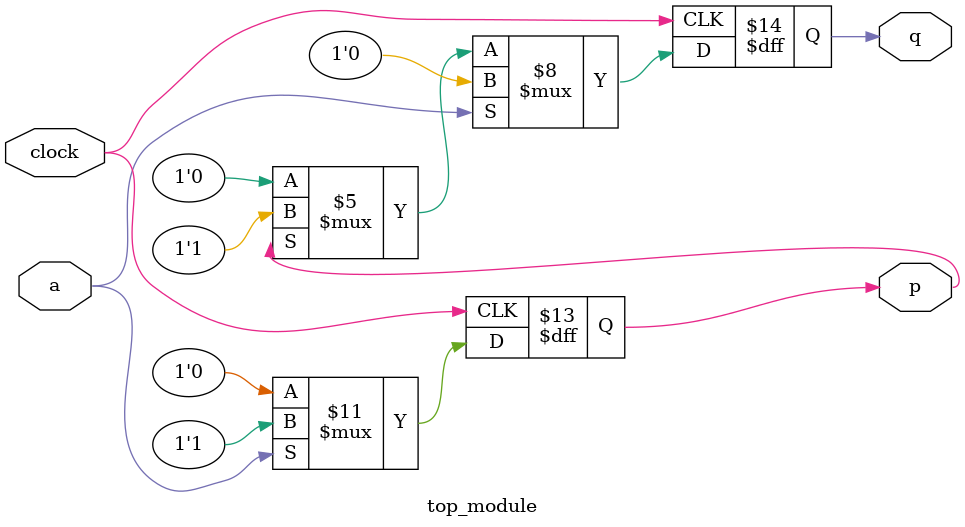
<source format=sv>
module top_module (
	input clock,
	input a, 
	output reg p,
	output reg q
);

	always @(posedge clock) begin
		if (a == 1'b1) begin
			p <= 1'b1;
			q <= 1'b0;
		end else begin
			p <= 1'b0;
			if (p == 1'b1)
				q <= 1'b1;
			else
				q <= 1'b0;
		end
	end

endmodule

</source>
